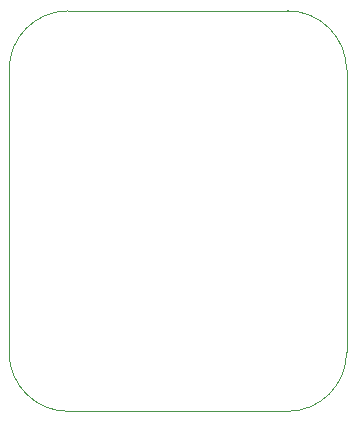
<source format=gbr>
%TF.GenerationSoftware,KiCad,Pcbnew,8.0.3*%
%TF.CreationDate,2024-11-17T10:30:07+00:00*%
%TF.ProjectId,ENS_light_sw_board,454e535f-6c69-4676-9874-5f73775f626f,rev?*%
%TF.SameCoordinates,Original*%
%TF.FileFunction,Profile,NP*%
%FSLAX46Y46*%
G04 Gerber Fmt 4.6, Leading zero omitted, Abs format (unit mm)*
G04 Created by KiCad (PCBNEW 8.0.3) date 2024-11-17 10:30:07*
%MOMM*%
%LPD*%
G01*
G04 APERTURE LIST*
%TA.AperFunction,Profile*%
%ADD10C,0.100000*%
%TD*%
G04 APERTURE END LIST*
D10*
X137668000Y-86186000D02*
G75*
G02*
X132668000Y-91186000I-5000000J0D01*
G01*
X109093000Y-86186000D02*
X109093000Y-62277000D01*
X114093000Y-57277000D02*
X132668000Y-57277000D01*
X132668000Y-91186000D02*
X114093000Y-91186000D01*
X109093000Y-62277000D02*
G75*
G02*
X114093000Y-57277000I5000000J0D01*
G01*
X114093000Y-91186000D02*
G75*
G02*
X109093000Y-86186000I0J5000000D01*
G01*
X137668000Y-62277000D02*
X137668000Y-86186000D01*
X132668000Y-57277000D02*
G75*
G02*
X137668000Y-62277000I0J-5000000D01*
G01*
M02*

</source>
